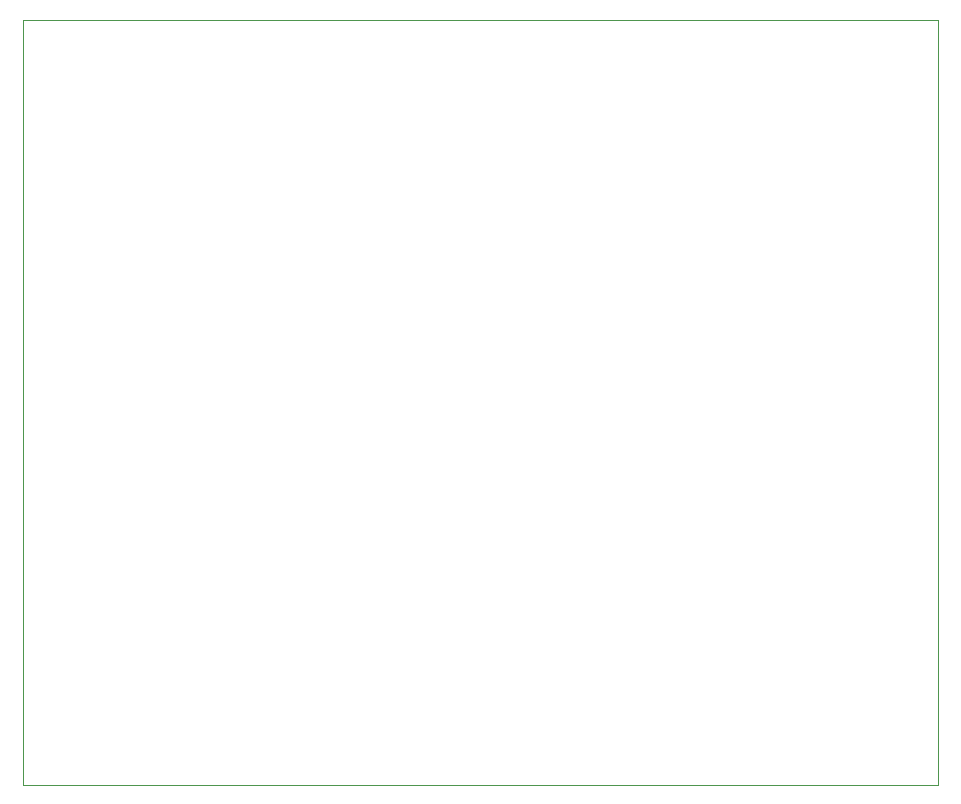
<source format=gbr>
%TF.GenerationSoftware,KiCad,Pcbnew,(5.1.12)-1*%
%TF.CreationDate,2021-11-18T16:19:18+01:00*%
%TF.ProjectId,SC-88VL,53432d38-3856-44c2-9e6b-696361645f70,rev?*%
%TF.SameCoordinates,Original*%
%TF.FileFunction,Profile,NP*%
%FSLAX46Y46*%
G04 Gerber Fmt 4.6, Leading zero omitted, Abs format (unit mm)*
G04 Created by KiCad (PCBNEW (5.1.12)-1) date 2021-11-18 16:19:18*
%MOMM*%
%LPD*%
G01*
G04 APERTURE LIST*
%TA.AperFunction,Profile*%
%ADD10C,0.050000*%
%TD*%
G04 APERTURE END LIST*
D10*
X142240000Y-33020000D02*
X142240000Y-97790000D01*
X64770000Y-97790000D02*
X64770000Y-33020000D01*
X142240000Y-97790000D02*
X64770000Y-97790000D01*
X64770000Y-33020000D02*
X142240000Y-33020000D01*
M02*

</source>
